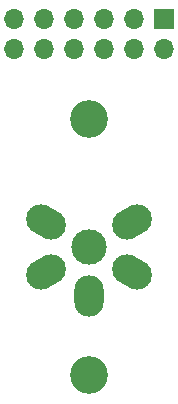
<source format=gbr>
%TF.GenerationSoftware,KiCad,Pcbnew,(6.0.11)*%
%TF.CreationDate,2024-01-24T23:02:21+00:00*%
%TF.ProjectId,RGBtoHDMI_DIN,52474274-6f48-4444-9d49-5f44494e2e6b,rev?*%
%TF.SameCoordinates,Original*%
%TF.FileFunction,Soldermask,Bot*%
%TF.FilePolarity,Negative*%
%FSLAX46Y46*%
G04 Gerber Fmt 4.6, Leading zero omitted, Abs format (unit mm)*
G04 Created by KiCad (PCBNEW (6.0.11)) date 2024-01-24 23:02:21*
%MOMM*%
%LPD*%
G01*
G04 APERTURE LIST*
G04 Aperture macros list*
%AMHorizOval*
0 Thick line with rounded ends*
0 $1 width*
0 $2 $3 position (X,Y) of the first rounded end (center of the circle)*
0 $4 $5 position (X,Y) of the second rounded end (center of the circle)*
0 Add line between two ends*
20,1,$1,$2,$3,$4,$5,0*
0 Add two circle primitives to create the rounded ends*
1,1,$1,$2,$3*
1,1,$1,$4,$5*%
G04 Aperture macros list end*
%ADD10HorizOval,2.500000X0.433013X0.250000X-0.433013X-0.250000X0*%
%ADD11HorizOval,2.500000X0.433013X-0.250000X-0.433013X0.250000X0*%
%ADD12O,2.500000X3.500000*%
%ADD13HorizOval,2.500000X-0.433013X-0.250000X0.433013X0.250000X0*%
%ADD14HorizOval,2.500000X-0.433013X0.250000X0.433013X-0.250000X0*%
%ADD15C,3.000000*%
%ADD16R,1.700000X1.700000*%
%ADD17O,1.700000X1.700000*%
%ADD18C,3.200000*%
G04 APERTURE END LIST*
D10*
%TO.C,J1*%
X151306218Y-85910000D03*
D11*
X151306218Y-90110000D03*
D12*
X147670000Y-92210000D03*
D13*
X144033782Y-90110000D03*
D14*
X144033782Y-85910000D03*
D15*
X147670000Y-88010000D03*
%TD*%
D16*
%TO.C,J2*%
X154020000Y-68765000D03*
D17*
X154020000Y-71305000D03*
X151480000Y-68765000D03*
X151480000Y-71305000D03*
X148940000Y-68765000D03*
X148940000Y-71305000D03*
X146400000Y-68765000D03*
X146400000Y-71305000D03*
X143860000Y-68765000D03*
X143860000Y-71305000D03*
X141320000Y-68765000D03*
X141320000Y-71305000D03*
%TD*%
D18*
%TO.C,H2*%
X147670000Y-98910000D03*
%TD*%
%TO.C,H1*%
X147670000Y-77220000D03*
%TD*%
M02*

</source>
